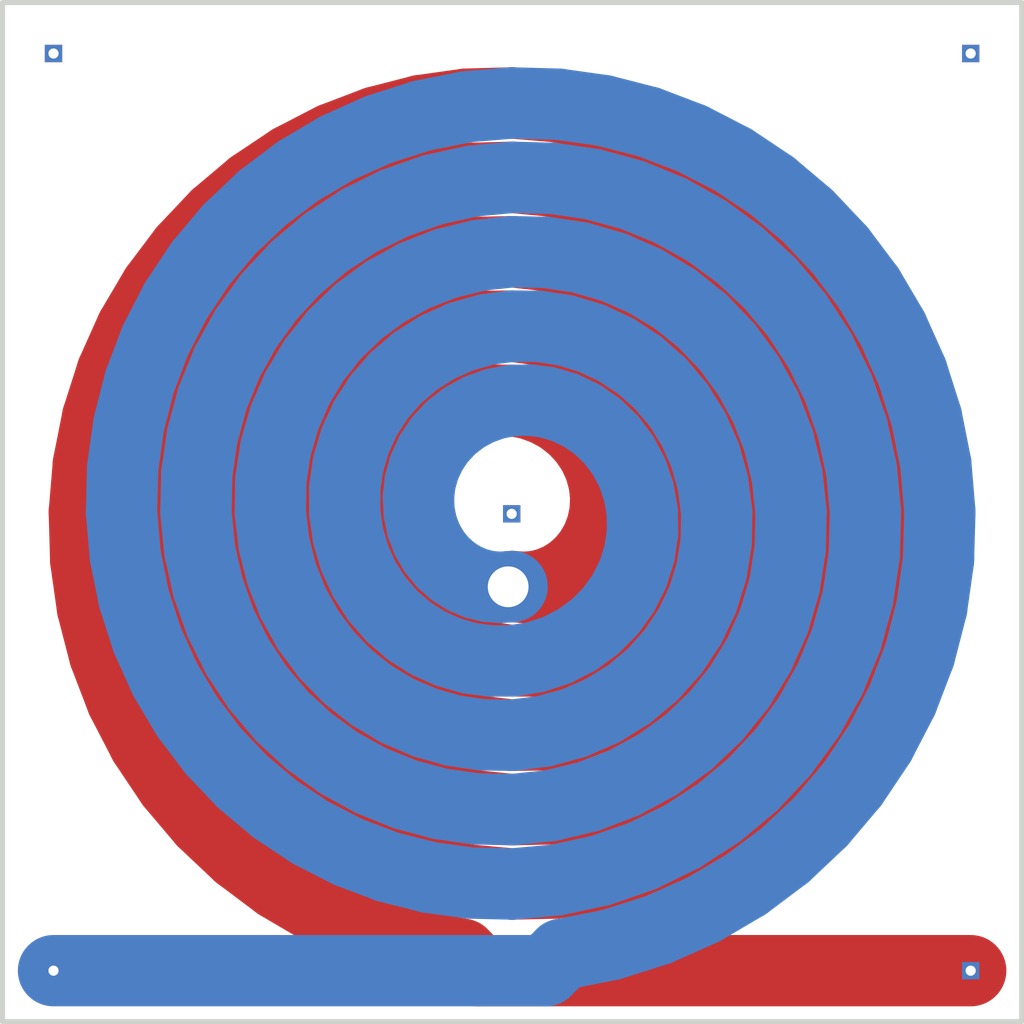
<source format=kicad_pcb>
(kicad_pcb (version 20211014) (generator pcbnew)
  (layers (0 "F.Cu" signal) (31 "B.Cu" signal) (34 "B.Paste" user) (35 "F.Paste" user) (36 "B.SilkS" user "B.Silkscreen") (37 "F.SilkS" user "F.Silkscreen") (38 "B.Mask" user) (39 "F.Mask" user) (44 "Edge.Cuts" user))
  (net 0 "")
  (net 1 "Net-(J1-Pad1)")
  (footprint "" (layer "F.Cu") (at 162 152)
    (fp_text reference "" (at 0 0) (layer "F.SilkS") (effects (font (size 1.27 1.27))))
    (fp_text value "" (at 0 0) (layer "F.SilkS") (effects (font (size 1.27 1.27))))
    (pad "1" thru_hole rect (at -2 -2 270) (size 1.7 1.7) (drill 1) (layers *.Cu *.Mask) (net 1 "Net-(J1-Pad1)"))
  )
  (footprint "" (layer "F.Cu") (at 160.0708 60.1218)
    (fp_text reference "" (at 0 0) (layer "F.SilkS") (effects (font (size 1.27 1.27))))
    (fp_text value "" (at 0 0) (layer "F.SilkS") (effects (font (size 1.27 1.27))))
    (pad "1" thru_hole rect (at -0.0708 -0.1218 270) (size 1.7 1.7) (drill 1) (layers *.Cu *.Mask))
  )
  (footprint "" (layer "F.Cu") (at 115 105)
    (fp_text reference "" (at 0 0) (layer "F.SilkS") (effects (font (size 1.27 1.27))))
    (fp_text value "" (at 0 0) (layer "F.SilkS") (effects (font (size 1.27 1.27))))
    (pad "1" thru_hole rect locked (at -0.0396 0.1742 270) (size 1.7 1.7) (drill 1) (layers *.Cu *.Mask))
  )
  (footprint "" (layer "F.Cu") (at 69.088 150.622)
    (fp_text reference "" (at 0 0) (layer "F.SilkS") (effects (font (size 1.27 1.27))))
    (fp_text value "" (at 0 0) (layer "F.SilkS") (effects (font (size 1.27 1.27))))
    (pad "1" thru_hole rect (at 0.912 -0.622 270) (size 1.7 1.7) (drill 1) (layers *.Cu *.Mask) (net 1 "Net-(J1-Pad1)"))
  )
  (footprint "" (layer "F.Cu") (at 70.0024 60.325)
    (fp_text reference "" (at 0 0) (layer "F.SilkS") (effects (font (size 1.27 1.27))))
    (fp_text value "" (at 0 0) (layer "F.SilkS") (effects (font (size 1.27 1.27))))
    (pad "1" thru_hole rect (at -0.0024 -0.325 270) (size 1.7 1.7) (drill 1) (layers *.Cu *.Mask))
  )
  (gr_line (start 165 155) (end 65 155) (layer "Edge.Cuts") (width 0.5))
  (gr_line (start 165 55) (end 165 155) (layer "Edge.Cuts") (width 0.5))
  (gr_line (start 65 155) (end 65 55) (layer "Edge.Cuts") (width 0.5))
  (gr_line (start 65 55) (end 165 55) (layer "Edge.Cuts") (width 0.5))
  (segment (start 110.617333 141.094513) (end 115 141.5) (width 7) (layer "F.Cu") (net 1))
  (segment (start 116.684408 94.365066) (end 115 94.05) (width 7) (layer "F.Cu") (net 1))
  (segment (start 131.078049 100.279059) (end 130.393454 97.970045) (width 7) (layer "F.Cu") (net 1))
  (segment (start 149.059841 121.402355) (end 150.805203 117.528782) (width 7) (layer "F.Cu") (net 1))
  (segment (start 144.850859 112.357576) (end 145.659432 108.722729) (width 7) (layer "F.Cu") (net 1))
  (segment (start 81.57112 131.658643) (end 84.673958 135.326042) (width 7) (layer "F.Cu") (net 1))
  (segment (start 102.202028 107.027) (end 102.503117 109.060483) (width 7) (layer "F.Cu") (net 1))
  (segment (start 121.791698 109.934457) (end 122.642608 108.894104) (width 7) (layer "F.Cu") (net 1))
  (segment (start 91.354576 131.690166) (end 94.664374 134.46124) (width 7) (layer "F.Cu") (net 1))
  (segment (start 117.573634 87.099979) (end 115 86.75) (width 7) (layer "F.Cu") (net 1))
  (segment (start 139.955403 122.225471) (end 141.974056 119.157076) (width 7) (layer "F.Cu") (net 1))
  (segment (start 128.040115 93.700676) (end 126.407972 91.834499) (width 7) (layer "F.Cu") (net 1))
  (segment (start 103.129566 111.048288) (end 104.074225 112.93804) (width 7) (layer "F.Cu") (net 1))
  (segment (start 115 134.2) (end 118.536593 134.12646) (width 7) (layer "F.Cu") (net 1))
  (segment (start 134.921735 127.48699) (end 137.59207 125.014827) (width 7) (layer "F.Cu") (net 1))
  (segment (start 123.832403 106.398915) (end 124.125 105) (width 7) (layer "F.Cu") (net 1))
  (segment (start 89.675866 82.564775) (end 87.040706 85.701093) (width 7) (layer "F.Cu") (net 1))
  (segment (start 88.178805 138.632715) (end 92.043766 141.534637) (width 7) (layer "F.Cu") (net 1))
  (segment (start 137.622788 111.061758) (end 138.371247 108.076883) (width 7) (layer "F.Cu") (net 1))
  (segment (start 117.101408 119.615613) (end 119.206779 119.326975) (width 7) (layer "F.Cu") (net 1))
  (segment (start 132.194193 69.295891) (end 128.131542 67.47221) (width 7) (layer "F.Cu") (net 1))
  (segment (start 94.997717 125.002283) (end 97.687079 127.562638) (width 7) (layer "F.Cu") (net 1))
  (segment (start 109.780244 94.755652) (end 108.134668 95.550682) (width 7) (layer "F.Cu") (net 1))
  (segment (start 110.601143 118.53829) (end 112.744606 119.239997) (width 7) (layer "F.Cu") (net 1))
  (segment (start 97.191886 96.867307) (end 96.056556 99.437703) (width 7) (layer "F.Cu") (net 1))
  (segment (start 100.66294 145.972964) (end 105.311597 147.447665) (width 7) (layer "F.Cu") (net 1))
  (segment (start 122.374561 88.851965) (end 120.048135 87.80763) (width 7) (layer "F.Cu") (net 1))
  (segment (start 118.536593 134.12646) (end 122.05521 133.624112) (width 7) (layer "F.Cu") (net 1))
  (segment (start 131.986228 129.6088) (end 134.921735 127.48699) (width 7) (layer "F.Cu") (net 1))
  (segment (start 107.211913 87.946467) (end 104.774516 89.088837) (width 7) (layer "F.Cu") (net 1))
  (segment (start 118.942708 72.528875) (end 115 72.15) (width 7) (layer "F.Cu") (net 1))
  (segment (start 102.503117 109.060483) (end 103.129566 111.048288) (width 7) (layer "F.Cu") (net 1))
  (segment (start 139.545457 74.22097) (end 136.014317 71.555906) (width 7) (layer "F.Cu") (net 1))
  (segment (start 123.331255 107.706989) (end 123.832403 106.398915) (width 7) (layer "F.Cu") (net 1))
  (segment (start 107.071288 72.831951) (end 103.201886 73.890931) (width 7) (layer "F.Cu") (net 1))
  (segment (start 152.954483 109.276443) (end 153.325 105) (width 7) (layer "F.Cu") (net 1))
  (segment (start 111.645205 79.517802) (end 108.308449 80.026793) (width 7) (layer "F.Cu") (net 1))
  (segment (start 80.010634 83.014724) (end 77.651623 87.013969) (width 7) (layer "F.Cu") (net 1))
  (segment (start 84.673958 135.326042) (end 88.178805 138.632715) (width 7) (layer "F.Cu") (net 1))
  (segment (start 96.286389 113.54622) (end 97.553549 116.212153) (width 7) (layer "F.Cu") (net 1))
  (segment (start 106.332171 140.166766) (end 110.617333 141.094513) (width 7) (layer "F.Cu") (net 1))
  (segment (start 153.213558 100.694366) (end 152.61829 96.413871) (width 7) (layer "F.Cu") (net 1))
  (segment (start 82.794127 79.316674) (end 80.010634 83.014724) (width 7) (layer "F.Cu") (net 1))
  (segment (start 112.744606 119.239997) (end 115 119.6) (width 7) (layer "F.Cu") (net 1))
  (segment (start 146.025 105) (end 145.938154 101.243428) (width 7) (layer "F.Cu") (net 1))
  (segment (start 141.110746 86.977053) (end 138.853022 83.868066) (width 7) (layer "F.Cu") (net 1))
  (segment (start 82.184526 117.445268) (end 83.799595 121.375236) (width 7) (layer "F.Cu") (net 1))
  (segment (start 98.983233 84.126543) (end 96.288187 86.288187) (width 7) (layer "F.Cu") (net 1))
  (segment (start 141.454632 131.454632) (end 144.352188 128.407589) (width 7) (layer "F.Cu") (net 1))
  (segment (start 105.047839 80.973358) (end 101.920833 82.346219) (width 7) (layer "F.Cu") (net 1))
  (segment (start 106.611946 96.611946) (end 105.25539 97.920127) (width 7) (layer "F.Cu") (net 1))
  (segment (start 80.717181 100.837312) (end 80.325 105) (width 7) (layer "F.Cu") (net 1))
  (segment (start 100.455256 92.396908) (end 98.670122 94.505424) (width 7) (layer "F.Cu") (net 1))
  (segment (start 124.192909 103.543986) (end 124.025526 102.067429) (width 7) (layer "F.Cu") (net 1))
  (segment (start 92.043766 141.534637) (end 96.222132 143.992646) (width 7) (layer "F.Cu") (net 1))
  (segment (start 124.025526 102.067429) (end 123.618261 100.608777) (width 7) (layer "F.Cu") (net 1))
  (segment (start 153.325 105) (end 153.213558 100.694366) (width 7) (layer "F.Cu") (net 1))
  (segment (start 103.201886 73.890931) (end 99.472884 75.415552) (width 7) (layer "F.Cu") (net 1))
  (segment (start 118.315093 79.819366) (end 115 79.45) (width 7) (layer "F.Cu") (net 1))
  (segment (start 141.974056 119.157076) (end 143.615093 115.852273) (width 7) (layer "F.Cu") (net 1))
  (segment (start 104.774516 89.088837) (end 102.505555 90.580642) (width 7) (layer "F.Cu") (net 1))
  (segment (start 152.61829 96.413871) (end 151.543454 92.212892) (width 7) (layer "F.Cu") (net 1))
  (segment (start 120.746861 126.447578) (end 123.555366 125.654482) (width 7) (layer "F.Cu") (net 1))
  (segment (start 123.876201 66.110822) (end 119.480778 65.231992) (width 7) (layer "F.Cu") (net 1))
  (segment (start 73.418467 100.314886) (end 73.025 105) (width 7) (layer "F.Cu") (net 1))
  (segment (start 113.792 148.59) (end 110.305494 148.59) (width 2) (layer "F.Cu") (net 1))
  (segment (start 119.722636 95.731305) (end 118.270945 94.933067) (width 7) (layer "F.Cu") (net 1))
  (segment (start 115 72.15) (end 111.023449 72.250152) (width 7) (layer "F.Cu") (net 1))
  (segment (start 130.090942 85.333101) (end 127.470833 83.399883) (width 7) (layer "F.Cu") (net 1))
  (segment (start 145.575195 80.617095) (end 142.745102 77.254898) (width 7) (layer "F.Cu") (net 1))
  (segment (start 94.925 105) (end 94.965114 107.880582) (width 7) (layer "F.Cu") (net 1))
  (segment (start 115 64.85) (end 110.490031 64.972917) (width 7) (layer "F.Cu") (net 1))
  (segment (start 138.210393 98.780794) (end 137.340562 95.746236) (width 7) (layer "F.Cu") (net 1))
  (segment (start 97.687079 127.562638) (end 100.704167 129.76111) (width 7) (layer "F.Cu") (net 1))
  (segment (start 121.271823 118.733376) (end 123.252145 117.840588) (width 7) (layer "F.Cu") (net 1))
  (segment (start 94.664374 134.46124) (end 98.298564 136.821927) (width 7) (layer "F.Cu") (net 1))
  (segment (start 145.39608 97.508039) (end 144.402665 93.84904) (width 7) (layer "F.Cu") (net 1))
  (segment (start 115 112.3) (end 116.170521 112.390378) (width 7) (layer "F.Cu") (net 1))
  (segment (start 131.093597 107.31391) (end 131.425 105) (width 7) (layer "F.Cu") (net 1))
  (segment (start 134.425587 90.094223) (end 132.421343 87.578657) (width 7) (layer "F.Cu") (net 1))
  (segment (start 96.288187 86.288187) (end 93.885231 88.798068) (width 7) (layer "F.Cu") (net 1))
  (segment (start 102.225 105) (end 102.202028 107.027) (width 7) (layer "F.Cu") (net 1))
  (segment (start 91.819387 91.616667) (end 90.130318 94.69864) (width 7) (layer "F.Cu") (net 1))
  (segment (start 85.885363 125.096383) (end 88.414913 128.552331) (width 7) (layer "F.Cu") (net 1))
  (segment (start 138.371247 108.076883) (end 138.725 105) (width 7) (layer "F.Cu") (net 1))
  (segment (start 117.368615 112.289848) (end 118.56269 111.992174) (width 7) (layer "F.Cu") (net 1))
  (segment (start 105.321476 114.678524) (end 106.847419 116.221066) (width 7) (layer "F.Cu") (net 1))
  (segment (start 129.487957 111.616428) (end 130.441295 109.533973) (width 7) (layer "F.Cu") (net 1))
  (segment (start 117.878374 126.863425) (end 120.746861 126.447578) (width 7) (layer "F.Cu") (net 1))
  (segment (start 87.708415 108.593005) (end 88.263978 112.163895) (width 7) (layer "F.Cu") (net 1))
  (segment (start 138.245036 134.148353) (end 141.454632 131.454632) (width 7) (layer "F.Cu") (net 1))
  (segment (start 108.923541 125.694519) (end 111.906916 126.512869) (width 7) (layer "F.Cu") (net 1))
  (segment (start 124.125 105) (end 124.192909 103.543986) (width 7) (layer "F.Cu") (net 1))
  (segment (start 76.712041 123.438509) (end 78.906869 127.678817) (width 7) (layer "F.Cu") (net 1))
  (segment (start 131.062996 138.355155) (end 134.765942 136.457316) (width 7) (layer "F.Cu") (net 1))
  (segment (start 81.605203 96.768922) (end 80.717181 100.837312) (width 7) (layer "F.Cu") (net 1))
  (segment (start 149.999423 88.145166) (end 148.002588 84.2631) (width 7) (layer "F.Cu") (net 1))
  (segment (start 81.059982 113.365463) (end 82.184526 117.445268) (width 7) (layer "F.Cu") (net 1))
  (segment (start 124.602962 81.816398) (end 121.534102 80.614398) (width 7) (layer "F.Cu") (net 1))
  (segment (start 133.262189 78.542651) (end 130.005196 76.409987) (width 7) (layer "F.Cu") (net 1))
  (segment (start 111.503473 94.238796) (end 109.780244 94.755652) (width 7) (layer "F.Cu") (net 1))
  (segment (start 102.505555 90.580642) (end 100.455256 92.396908) (width 7) (layer "F.Cu") (net 1))
  (segment (start 113.258493 94.00456) (end 111.503473 94.238796) (width 7) (layer "F.Cu") (net 1))
  (segment (start 131.422038 102.638867) (end 131.078049 100.279059) (width 7) (layer "F.Cu") (net 1))
  (segment (start 89.287278 115.650558) (end 90.765722 118.991667) (width 7) (layer "F.Cu") (net 1))
  (segment (start 115 94.05) (end 113.258493 94.00456) (width 7) (layer "F.Cu") (net 1))
  (segment (start 128.794788 122.977717) (end 131.130873 121.130873) (width 7) (layer "F.Cu") (net 1))
  (segment (start 123.618261 100.608777) (end 122.972862 99.207376) (width 7) (layer "F.Cu") (net 1))
  (segment (start 152.109935 113.4701) (end 152.954483 109.276443) (width 7) (layer "F.Cu") (net 1))
  (segment (start 136.225026 81.041898) (end 133.262189 78.542651) (width 7) (layer "F.Cu") (net 1))
  (segment (start 88.263978 112.163895) (end 89.287278 115.650558) (width 7) (layer "F.Cu") (net 1))
  (segment (start 99.201399 118.689566) (end 101.201787 120.923987) (width 7) (layer "F.Cu") (net 1))
  (segment (start 111.715494 150) (end 110.110551 148.395057) (width 7) (layer "F.Cu") (net 1))
  (segment (start 111.208486 133.799408) (end 115 134.2) (width 7) (layer "F.Cu") (net 1))
  (segment (start 105.25539 97.920127) (end 104.105218 99.448831) (width 7) (layer "F.Cu") (net 1))
  (segment (start 92.678673 122.127756) (end 94.997717 125.002283) (width 7) (layer "F.Cu") (net 1))
  (segment (start 136.497522 113.904565) (end 137.622788 111.061758) (width 7) (layer "F.Cu") (net 1))
  (segment (start 135.019621 116.558333) (end 136.497522 113.904565) (width 7) (layer "F.Cu") (net 1))
  (segment (start 121.534102 80.614398) (end 118.315093 79.819366) (width 7) (layer "F.Cu") (net 1))
  (segment (start 120.807114 110.807114) (end 121.791698 109.934457) (width 7) (layer "F.Cu") (net 1))
  (segment (start 151.543454 92.212892) (end 149.999423 88.145166) (width 7) (layer "F.Cu") (net 1))
  (segment (start 137.340562 95.746236) (end 136.073285 92.833333) (width 7) (layer "F.Cu") (net 1))
  (segment (start 97.553549 116.212153) (end 99.201399 118.689566) (width 7) (layer "F.Cu") (net 1))
  (segment (start 119.719916 111.496406) (end 120.807114 110.807114) (width 7) (layer "F.Cu") (net 1))
  (segment (start 122.794327 73.377172) (end 118.942708 72.528875) (width 7) (layer "F.Cu") (net 1))
  (segment (start 83.799595 121.375236) (end 85.885363 125.096383) (width 7) (layer "F.Cu") (net 1))
  (segment (start 136.014317 71.555906) (end 132.194193 69.295891) (width 7) (layer "F.Cu") (net 1))
  (segment (start 130.005196 76.409987) (end 126.499427 74.678502) (width 7) (layer "F.Cu") (net 1))
  (segment (start 119.480778 65.231992) (end 115 64.85) (width 7) (layer "F.Cu") (net 1))
  (segment (start 88.414913 128.552331) (end 91.354576 131.690166) (width 7) (layer "F.Cu") (net 1))
  (segment (start 87.040706 85.701093) (end 84.79403 89.146684) (width 7) (layer "F.Cu") (net 1))
  (segment (start 107.521208 132.911232) (end 111.208486 133.799408) (width 7) (layer "F.Cu") (net 1))
  (segment (start 124.507906 90.205409) (end 122.374561 88.851965) (width 7) (layer "F.Cu") (net 1))
  (segment (start 115 86.75) (end 112.379143 86.771538) (width 7) (layer "F.Cu") (net 1))
  (segment (start 102.562535 103.030099) (end 102.225 105) (width 7) (layer "F.Cu") (net 1))
  (segment (start 80.438459 109.196531) (end 81.059982 113.365463) (width 7) (layer "F.Cu") (net 1))
  (segment (start 115 119.6) (end 117.101408 119.615613) (width 7) (layer "F.Cu") (net 1))
  (segment (start 101.920833 82.346219) (end 98.983233 84.126543) (width 7) (layer "F.Cu") (net 1))
  (segment (start 74.331579 95.717698) (end 73.418467 100.314886) (width 7) (layer "F.Cu") (net 1))
  (segment (start 148.002588 84.2631) (end 145.575195 80.617095) (width 7) (layer "F.Cu") (net 1))
  (segment (start 78.906869 127.678817) (end 81.57112 131.658643) (width 7) (layer "F.Cu") (net 1))
  (segment (start 119.206779 119.326975) (end 121.271823 118.733376) (width 7) (layer "F.Cu") (net 1))
  (segment (start 144.352188 128.407589) (end 146.898822 125.043358) (width 7) (layer "F.Cu") (net 1))
  (segment (start 128.131542 67.47221) (end 123.876201 66.110822) (width 7) (layer "F.Cu") (net 1))
  (segment (start 126.499427 74.678502) (end 122.794327 73.377172) (width 7) (layer "F.Cu") (net 1))
  (segment (start 92.657867 79.780946) (end 89.675866 82.564775) (width 7) (layer "F.Cu") (net 1))
  (segment (start 128.830877 131.352534) (end 131.986228 129.6088) (width 7) (layer "F.Cu") (net 1))
  (segment (start 145.938154 101.243428) (end 145.39608 97.508039) (width 7) (layer "F.Cu") (net 1))
  (segment (start 95.419801 110.749265) (end 96.286389 113.54622) (width 7) (layer "F.Cu") (net 1))
  (segment (start 116.170521 112.390378) (end 117.368615 112.289848) (width 7) (layer "F.Cu") (net 1))
  (segment (start 95.940335 77.387309) (end 92.657867 79.780946) (width 7) (layer "F.Cu") (net 1))
  (segment (start 101.201787 120.923987) (end 103.518755 122.865166) (width 7) (layer "F.Cu") (net 1))
  (segment (start 103.197389 101.165099) (end 102.562535 103.030099) (width 7) (layer "F.Cu") (net 1))
  (segment (start 119.101299 141.400033) (end 123.180028 140.839046) (width 7) (layer "F.Cu") (net 1))
  (segment (start 142.968491 90.321004) (end 141.110746 86.977053) (width 7) (layer "F.Cu") (net 1))
  (segment (start 126.786258 115.212851) (end 128.259303 113.521237) (width 7) (layer "F.Cu") (net 1))
  (segment (start 94.965114 107.880582) (end 95.419801 110.749265) (width 7) (layer "F.Cu") (net 1))
  (segment (start 121.007165 96.731846) (end 119.722636 95.731305) (width 7) (layer "F.Cu") (net 1))
  (segment (start 127.184348 139.820867) (end 131.062996 138.355155) (width 7) (layer "F.Cu") (net 1))
  (segment (start 128.259303 113.521237) (end 129.487957 111.616428) (width 7) (layer "F.Cu") (net 1))
  (segment (start 98.670122 94.505424) (end 97.191886 96.867307) (width 7) (layer "F.Cu") (net 1))
  (segment (start 73.823223 114.398331) (end 75.011371 118.992626) (width 7) (layer "F.Cu") (net 1))
  (segment (start 145.659432 108.722729) (end 146.025 105) (width 7) (layer "F.Cu") (net 1))
  (segment (start 96.222132 143.992646) (end 100.66294 145.972964) (width 7) (layer "F.Cu") (net 1))
  (segment (start 90.130318 94.69864) (end 88.851583 97.993553) (width 7) (layer "F.Cu") (net 1))
  (segment (start 142.745102 77.254898) (end 139.545457 74.22097) (width 7) (layer "F.Cu") (net 1))
  (segment (start 88.851583 97.993553) (end 88.009979 101.446696) (width 7) (layer "F.Cu") (net 1))
  (segment (start 96.056556 99.437703) (end 95.293555 102.166641) (width 7) (layer "F.Cu") (net 1))
  (segment (start 95.293555 102.166641) (end 94.925 105) (width 7) (layer "F.Cu") (net 1))
  (segment (start 131.425 105) (end 131.422038 102.638867) (width 7) (layer "F.Cu") (net 1))
  (segment (start 144.402665 93.84904) (end 142.968491 90.321004) (width 7) (layer "F.Cu") (net 1))
  (segment (start 93.885231 88.798068) (end 91.819387 91.616667) (width 7) (layer "F.Cu") (net 1))
  (segment (start 93.292141 70.452141) (end 89.479226 72.997962) (width 7) (layer "F.Cu") (net 1))
  (segment (start 115 126.9) (end 117.878374 126.863425) (width 7) (layer "F.Cu") (net 1))
  (segment (start 122.642608 108.894104) (end 123.331255 107.706989) (width 7) (layer "F.Cu") (net 1))
  (segment (start 90.765722 118.991667) (end 92.678673 122.127756) (width 7) (layer "F.Cu") (net 1))
  (segment (start 126.407972 91.834499) (end 124.507906 90.205409) (width 7) (layer "F.Cu") (net 1))
  (segment (start 104.105218 99.448831) (end 103.197389 101.165099) (width 7) (layer "F.Cu") (net 1))
  (segment (start 80.325 105) (end 80.438459 109.196531) (width 7) (layer "F.Cu") (net 1))
  (segment (start 112.379143 86.771538) (end 109.764897 87.170876) (width 7) (layer "F.Cu") (net 1))
  (segment (start 108.620299 117.520869) (end 110.601143 118.53829) (width 7) (layer "F.Cu") (net 1))
  (segment (start 134.765942 136.457316) (end 138.245036 134.148353) (width 7) (layer "F.Cu") (net 1))
  (segment (start 110.305494 148.59) (end 110.110551 148.395057) (width 2) (layer "F.Cu") (net 1))
  (segment (start 106.00777 65.602467) (end 101.610133 66.733958) (width 7) (layer "F.Cu") (net 1))
  (segment (start 123.555366 125.654482) (end 126.254167 124.492788) (width 7) (layer "F.Cu") (net 1))
  (segment (start 146.898822 125.043358) (end 149.059841 121.402355) (width 7) (layer "F.Cu") (net 1))
  (segment (start 99.472884 75.415552) (end 95.940335 77.387309) (width 7) (layer "F.Cu") (net 1))
  (segment (start 82.972097 92.853419) (end 81.605203 96.768922) (width 7) (layer "F.Cu") (net 1))
  (segment (start 123.180028 140.839046) (end 127.184348 139.820867) (width 7) (layer "F.Cu") (net 1))
  (segment (start 138.672812 101.883415) (end 138.210393 98.780794) (width 7) (layer "F.Cu") (net 1))
  (segment (start 111.023449 72.250152) (end 107.071288 72.831951) (width 7) (layer "F.Cu") (net 1))
  (segment (start 150.805203 117.528782) (end 152.109935 113.4701) (width 7) (layer "F.Cu") (net 1))
  (segment (start 88.009979 101.446696) (end 87.625 105) (width 7) (layer "F.Cu") (net 1))
  (segment (start 118.56269 111.992174) (end 119.719916 111.496406) (width 7) (layer "F.Cu") (net 1))
  (segment (start 103.518755 122.865166) (end 106.109175 124.468192) (width 7) (layer "F.Cu") (net 1))
  (segment (start 118.270945 94.933067) (end 116.684408 94.365066) (width 7) (layer "F.Cu") (net 1))
  (segment (start 75.749623 91.265699) (end 74.331579 95.717698) (width 7) (layer "F.Cu") (net 1))
  (segment (start 125.503806 132.69626) (end 128.830877 131.352534) (width 7) (layer "F.Cu") (net 1))
  (segment (start 89.479226 72.997962) (end 85.964428 75.964428) (width 7) (layer "F.Cu") (net 1))
  (segment (start 130.441295 109.533973) (end 131.093597 107.31391) (width 7) (layer "F.Cu") (net 1))
  (segment (start 108.134668 95.550682) (end 106.611946 96.611946) (width 7) (layer "F.Cu") (net 1))
  (segment (start 85.964428 75.964428) (end 82.794127 79.316674) (width 7) (layer "F.Cu") (net 1))
  (segment (start 73.159393 109.714304) (end 73.823223 114.398331) (width 7) (layer "F.Cu") (net 1))
  (segment (start 98.298564 136.821927) (end 102.206265 138.734307) (width 7) (layer "F.Cu") (net 1))
  (segment (start 115 79.45) (end 111.645205 79.517802) (width 7) (layer "F.Cu") (net 1))
  (segment (start 122.05521 133.624112) (end 125.503806 132.69626) (width 7) (layer "F.Cu") (net 1))
  (segment (start 125.104203 116.660872) (end 126.786258 115.212851) (width 7) (layer "F.Cu") (net 1))
  (segment (start 130.393454 97.970045) (end 129.375876 95.761186) (width 7) (layer "F.Cu") (net 1))
  (segment (start 160 150) (end 111.715494 150) (width 7) (layer "F.Cu") (net 1))
  (segment (start 129.375876 95.761186) (end 128.040115 93.700676) (width 7) (layer "F.Cu") (net 1))
  (segment (start 75.011371 118.992626) (end 76.712041 123.438509) (width 7) (layer "F.Cu") (net 1))
  (segment (start 84.79403 89.146684) (end 82.972097 92.853419) (width 7) (layer "F.Cu") (net 1))
  (segment (start 77.651623 87.013969) (end 75.749623 91.265699) (width 7) (layer "F.Cu") (net 1))
  (segment (start 143.615093 115.852273) (end 144.850859 112.357576) (width 7) (layer "F.Cu") (net 1))
  (segment (start 97.353328 68.356309) (end 93.292141 70.452141) (width 7) (layer "F.Cu") (net 1))
  (segment (start 108.308449 80.026793) (end 105.047839 80.973358) (width 7) (layer "F.Cu") (net 1))
  (segment (start 111.906916 126.512869) (end 115 126.9) (width 7) (layer "F.Cu") (net 1))
  (segment (start 122.972862 99.207376) (end 122.097584 97.902416) (width 7) (layer "F.Cu") (net 1))
  (segment (start 120.048135 87.80763) (end 117.573634 87.099979) (width 7) (layer "F.Cu") (net 1))
  (segment (start 104.074225 112.93804) (end 105.321476 114.678524) (width 7) (layer "F.Cu") (net 1))
  (segment (start 110.490031 64.972917) (end 106.00777 65.602467) (width 7) (layer "F.Cu") (net 1))
  (segment (start 133.219029 118.979953) (end 135.019621 116.558333) (width 7) (layer "F.Cu") (net 1))
  (segment (start 122.097584 97.902416) (end 121.007165 96.731846) (width 7) (layer "F.Cu") (net 1))
  (segment (start 73.025 105) (end 73.159393 109.714304) (width 7) (layer "F.Cu") (net 1))
  (segment (start 136.073285 92.833333) (end 134.425587 90.094223) (width 7) (layer "F.Cu") (net 1))
  (segment (start 131.130873 121.130873) (end 133.219029 118.979953) (width 7) (layer "F.Cu") (net 1))
  (segment (start 138.853022 83.868066) (end 136.225026 81.041898) (width 7) (layer "F.Cu") (net 1))
  (segment (start 123.252145 117.840588) (end 125.104203 116.660872) (width 7) (layer "F.Cu") (net 1))
  (segment (start 101.610133 66.733958) (end 97.353328 68.356309) (width 7) (layer "F.Cu") (net 1))
  (segment (start 106.109175 124.468192) (end 108.923541 125.694519) (width 7) (layer "F.Cu") (net 1))
  (segment (start 127.470833 83.399883) (end 124.602962 81.816398) (width 7) (layer "F.Cu") (net 1))
  (segment (start 115 141.5) (end 119.101299 141.400033) (width 7) (layer "F.Cu") (net 1))
  (segment (start 132.421343 87.578657) (end 130.090942 85.333101) (width 7) (layer "F.Cu") (net 1))
  (segment (start 87.625 105) (end 87.708415 108.593005) (width 7) (layer "F.Cu") (net 1))
  (segment (start 126.254167 124.492788) (end 128.794788 122.977717) (width 7) (layer "F.Cu") (net 1))
  (segment (start 102.206265 138.734307) (end 106.332171 140.166766) (width 7) (layer "F.Cu") (net 1))
  (segment (start 109.764897 87.170876) (end 107.211913 87.946467) (width 7) (layer "F.Cu") (net 1))
  (segment (start 138.725 105) (end 138.672812 101.883415) (width 7) (layer "F.Cu") (net 1))
  (segment (start 100.704167 129.76111) (end 104.000243 131.555762) (width 7) (layer "F.Cu") (net 1))
  (segment (start 106.847419 116.221066) (end 108.620299 117.520869) (width 7) (layer "F.Cu") (net 1))
  (segment (start 104.000243 131.555762) (end 107.521208 132.911232) (width 7) (layer "F.Cu") (net 1))
  (segment (start 137.59207 125.014827) (end 139.955403 122.225471) (width 7) (layer "F.Cu") (net 1))
  (segment (start 105.311597 147.447665) (end 110.110551 148.395057) (width 7) (layer "F.Cu") (net 1))
  (via (at 114.615675 112.329675) (size 5) (drill 4) (layers "F.Cu" "B.Cu") (net 1))
  (segment (start 114.615675 112.329675) (end 113.829479 112.390378) (width 7) (layer "B.Cu") (net 1))
  (segment (start 80.940159 121.402355) (end 79.194797 117.528782) (width 7) (layer "B.Cu") (net 1))
  (segment (start 118.496527 94.238796) (end 120.219756 94.755652) (width 7) (layer "B.Cu") (net 1))
  (segment (start 87.031509 90.321004) (end 88.889254 86.977053) (width 7) (layer "B.Cu") (net 1))
  (segment (start 131.329878 94.505424) (end 132.808114 96.867307) (width 7) (layer "B.Cu") (net 1))
  (segment (start 84.60392 97.508039) (end 85.597335 93.84904) (width 7) (layer "B.Cu") (net 1))
  (segment (start 93.985683 71.555906) (end 97.805807 69.295891) (width 7) (layer "B.Cu") (net 1))
  (segment (start 127.793735 138.734307) (end 123.667829 140.166766) (width 7) (layer "B.Cu") (net 1))
  (segment (start 106.381739 100.608777) (end 107.027138 99.207376) (width 7) (layer "B.Cu") (net 1))
  (segment (start 130.798601 118.689566) (end 128.798213 120.923987) (width 7) (layer "B.Cu") (net 1))
  (segment (start 115 126.9) (end 112.121626 126.863425) (width 7) (layer "B.Cu") (net 1))
  (segment (start 116.332 148.59) (end 119.694506 148.59) (width 2) (layer "B.Cu") (net 1))
  (segment (start 126.802611 101.165099) (end 127.437465 103.030099) (width 7) (layer "B.Cu") (net 1))
  (segment (start 154.988629 118.992626) (end 153.287959 123.438509) (width 7) (layer "B.Cu") (net 1))
  (segment (start 115 134.2) (end 111.463407 134.12646) (width 7) (layer "B.Cu") (net 1))
  (segment (start 135.075 105) (end 135.034886 107.880582) (width 7) (layer "B.Cu") (net 1))
  (segment (start 122.478792 132.911232) (end 118.791514 133.799408) (width 7) (layer "B.Cu") (net 1))
  (segment (start 136.707859 70.452141) (end 140.520774 72.997962) (width 7) (layer "B.Cu") (net 1))
  (segment (start 119.694506 148.59) (end 119.889449 148.395057) (width 2) (layer "B.Cu") (net 1))
  (segment (start 93.926715 92.833333) (end 95.574413 90.094223) (width 7) (layer "B.Cu") (net 1))
  (segment (start 155.668421 95.717698) (end 156.581533 100.314886) (width 7) (layer "B.Cu") (net 1))
  (segment (start 98.577962 102.638867) (end 98.921951 100.279059) (width 7) (layer "B.Cu") (net 1))
  (segment (start 135.034886 107.880582) (end 134.580199 110.749265) (width 7) (layer "B.Cu") (net 1))
  (segment (start 118.354795 79.517802) (end 121.691551 80.026793) (width 7) (layer "B.Cu") (net 1))
  (segment (start 124.678524 114.678524) (end 123.152581 116.221066) (width 7) (layer "B.Cu") (net 1))
  (segment (start 113.315592 94.365066) (end 115 94.05) (width 7) (layer "B.Cu") (net 1))
  (segment (start 84.340568 108.722729) (end 83.975 105) (width 7) (layer "B.Cu") (net 1))
  (segment (start 108.728177 118.733376) (end 106.747855 117.840588) (width 7) (layer "B.Cu") (net 1))
  (segment (start 132.646672 68.356309) (end 136.707859 70.452141) (width 7) (layer "B.Cu") (net 1))
  (segment (start 154.250377 91.265699) (end 155.668421 95.717698) (width 7) (layer "B.Cu") (net 1))
  (segment (start 98.921951 100.279059) (end 99.606546 97.970045) (width 7) (layer "B.Cu") (net 1))
  (segment (start 101.205212 122.977717) (end 98.869127 121.130873) (width 7) (layer "B.Cu") (net 1))
  (segment (start 145.326042 135.326042) (end 141.821195 138.632715) (width 7) (layer "B.Cu") (net 1))
  (segment (start 141.148417 97.993553) (end 141.990021 101.446696) (width 7) (layer "B.Cu") (net 1))
  (segment (start 149.675 105) (end 149.561541 109.196531) (width 7) (layer "B.Cu") (net 1))
  (segment (start 99.606546 97.970045) (end 100.624124 95.761186) (width 7) (layer "B.Cu") (net 1))
  (segment (start 126.798114 73.890931) (end 130.527116 75.415552) (width 7) (layer "B.Cu") (net 1))
  (segment (start 145.20597 89.146684) (end 147.027903 92.853419) (width 7) (layer "B.Cu") (net 1))
  (segment (start 132.808114 96.867307) (end 133.943444 99.437703) (width 7) (layer "B.Cu") (net 1))
  (segment (start 84.424805 80.617095) (end 87.254898 77.254898) (width 7) (layer "B.Cu") (net 1))
  (segment (start 99.994804 76.409987) (end 103.500573 74.678502) (width 7) (layer "B.Cu") (net 1))
  (segment (start 112.426366 87.099979) (end 115 86.75) (width 7) (layer "B.Cu") (net 1))
  (segment (start 141.736022 112.163895) (end 140.712722 115.650558) (width 7) (layer "B.Cu") (net 1))
  (segment (start 123.667829 140.166766) (end 119.382667 141.094513) (width 7) (layer "B.Cu") (net 1))
  (segment (start 111.463407 134.12646) (end 107.94479 133.624112) (width 7) (layer "B.Cu") (net 1))
  (segment (start 135.002283 125.002283) (end 132.312921 127.562638) (width 7) (layer "B.Cu") (net 1))
  (segment (start 134.580199 110.749265) (end 133.713611 113.54622) (width 7) (layer "B.Cu") (net 1))
  (segment (start 142.959294 85.701093) (end 145.20597 89.146684) (width 7) (layer "B.Cu") (net 1))
  (segment (start 104.895797 116.660872) (end 103.213742 115.212851) (width 7) (layer "B.Cu") (net 1))
  (segment (start 77.890065 113.4701) (end 77.045517 109.276443) (width 7) (layer "B.Cu") (net 1))
  (segment (start 85.149141 112.357576) (end 84.340568 108.722729) (width 7) (layer "B.Cu") (net 1))
  (segment (start 88.025944 119.157076) (end 86.384907 115.852273) (width 7) (layer "B.Cu") (net 1))
  (segment (start 156.581533 100.314886) (end 156.975 105) (width 7) (layer "B.Cu") (net 1))
  (segment (start 109.253139 126.447578) (end 106.444634 125.654482) (width 7) (layer "B.Cu") (net 1))
  (segment (start 105.397038 81.816398) (end 108.465898 80.614398) (width 7) (layer "B.Cu") (net 1))
  (segment (start 122.788087 87.946467) (end 125.225484 89.088837) (width 7) (layer "B.Cu") (net 1))
  (segment (start 85.647812 128.407589) (end 83.101178 125.043358) (width 7) (layer "B.Cu") (net 1))
  (segment (start 125.999757 131.555762) (end 122.478792 132.911232) (width 7) (layer "B.Cu") (net 1))
  (segment (start 94.980379 116.558333) (end 93.502478 113.904565) (width 7) (layer "B.Cu") (net 1))
  (segment (start 137.321327 122.127756) (end 135.002283 125.002283) (width 7) (layer "B.Cu") (net 1))
  (segment (start 137.342133 79.780946) (end 140.324134 82.564775) (width 7) (layer "B.Cu") (net 1))
  (segment (start 96.780971 118.979953) (end 94.980379 116.558333) (width 7) (layer "B.Cu") (net 1))
  (segment (start 83.975 105) (end 84.061846 101.243428) (width 7) (layer "B.Cu") (net 1))
  (segment (start 132.446451 116.212153) (end 130.798601 118.689566) (width 7) (layer "B.Cu") (net 1))
  (segment (start 107.027138 99.207376) (end 107.902416 97.902416) (width 7) (layer "B.Cu") (net 1))
  (segment (start 151.093131 127.678817) (end 148.42888 131.658643) (width 7) (layer "B.Cu") (net 1))
  (segment (start 131.701436 136.821927) (end 127.793735 138.734307) (width 7) (layer "B.Cu") (net 1))
  (segment (start 116.741507 94.00456) (end 118.496527 94.238796) (width 7) (layer "B.Cu") (net 1))
  (segment (start 119.382667 141.094513) (end 115 141.5) (width 7) (layer "B.Cu") (net 1))
  (segment (start 105.974474 102.067429) (end 106.381739 100.608777) (width 7) (layer "B.Cu") (net 1))
  (segment (start 147.027903 92.853419) (end 148.394797 96.768922) (width 7) (layer "B.Cu") (net 1))
  (segment (start 106.747855 117.840588) (end 104.895797 116.660872) (width 7) (layer "B.Cu") (net 1))
  (segment (start 149.561541 109.196531) (end 148.940018 113.365463) (width 7) (layer "B.Cu") (net 1))
  (segment (start 91.146978 83.868066) (end 93.774974 81.041898) (width 7) (layer "B.Cu") (net 1))
  (segment (start 107.625439 88.851965) (end 109.951865 87.80763) (width 7) (layer "B.Cu") (net 1))
  (segment (start 148.394797 96.768922) (end 149.282819 100.837312) (width 7) (layer "B.Cu") (net 1))
  (segment (start 146.200405 121.375236) (end 144.114637 125.096383) (width 7) (layer "B.Cu") (net 1))
  (segment (start 141.585087 128.552331) (end 138.645424 131.690166) (width 7) (layer "B.Cu") (net 1))
  (segment (start 102.529167 83.399883) (end 105.397038 81.816398) (width 7) (layer "B.Cu") (net 1))
  (segment (start 100.512043 111.616428) (end 99.558705 109.533973) (width 7) (layer "B.Cu") (net 1))
  (segment (start 109.951865 87.80763) (end 112.426366 87.099979) (width 7) (layer "B.Cu") (net 1))
  (segment (start 132.312921 127.562638) (end 129.295833 129.76111) (width 7) (layer "B.Cu") (net 1))
  (segment (start 111.057292 72.528875) (end 115 72.15) (width 7) (layer "B.Cu") (net 1))
  (segment (start 128.389867 66.733958) (end 132.646672 68.356309) (width 7) (layer "B.Cu") (net 1))
  (segment (start 77.38171 96.413871) (end 78.456546 92.212892) (width 7) (layer "B.Cu") (net 1))
  (segment (start 108.992835 96.731846) (end 110.277364 95.731305) (width 7) (layer "B.Cu") (net 1))
  (segment (start 118.284506 150) (end 119.889449 148.395057) (width 7) (layer "B.Cu") (net 1))
  (segment (start 123.890825 124.468192) (end 121.076459 125.694519) (width 7) (layer "B.Cu") (net 1))
  (segment (start 98.869127 121.130873) (end 96.780971 118.979953) (width 7) (layer "B.Cu") (net 1))
  (segment (start 91.275 105) (end 91.327188 101.883415) (width 7) (layer "B.Cu") (net 1))
  (segment (start 134.059665 77.387309) (end 137.342133 79.780946) (width 7) (layer "B.Cu") (net 1))
  (segment (start 127.496883 109.060483) (end 126.870434 111.048288) (width 7) (layer "B.Cu") (net 1))
  (segment (start 125.225484 89.088837) (end 127.494445 90.580642) (width 7) (layer "B.Cu") (net 1))
  (segment (start 126.481245 122.865166) (end 123.890825 124.468192) (width 7) (layer "B.Cu") (net 1))
  (segment (start 97.578657 87.578657) (end 99.909058 85.333101) (width 7) (layer "B.Cu") (net 1))
  (segment (start 111.43731 111.992174) (end 110.280084 111.496406) (width 7) (layer "B.Cu") (net 1))
  (segment (start 135.335626 134.46124) (end 131.701436 136.821927) (width 7) (layer "B.Cu") (net 1))
  (segment (start 153.287959 123.438509) (end 151.093131 127.678817) (width 7) (layer "B.Cu") (net 1))
  (segment (start 81.997412 84.2631) (end 84.424805 80.617095) (width 7) (layer "B.Cu") (net 1))
  (segment (start 103.213742 115.212851) (end 101.740697 113.521237) (width 7) (layer "B.Cu") (net 1))
  (segment (start 115 86.75) (end 117.620857 86.771538) (width 7) (layer "B.Cu") (net 1))
  (segment (start 110.519222 65.231992) (end 115 64.85) (width 7) (layer "B.Cu") (net 1))
  (segment (start 107.357392 108.894104) (end 106.668745 107.706989) (width 7) (layer "B.Cu") (net 1))
  (segment (start 130.527116 75.415552) (end 134.059665 77.387309) (width 7) (layer "B.Cu") (net 1))
  (segment (start 98.906403 107.31391) (end 98.575 105) (width 7) (layer "B.Cu") (net 1))
  (segment (start 139.234278 118.991667) (end 137.321327 122.127756) (width 7) (layer "B.Cu") (net 1))
  (segment (start 141.821195 138.632715) (end 137.956234 141.534637) (width 7) (layer "B.Cu") (net 1))
  (segment (start 106.167597 106.398915) (end 105.875 105) (width 7) (layer "B.Cu") (net 1))
  (segment (start 76.675 105) (end 76.786442 100.694366) (width 7) (layer "B.Cu") (net 1))
  (segment (start 107.205673 73.377172) (end 111.057292 72.528875) (width 7) (layer "B.Cu") (net 1))
  (segment (start 124.74461 97.920127) (end 125.894782 99.448831) (width 7) (layer "B.Cu") (net 1))
  (segment (start 105.807091 103.543986) (end 105.974474 102.067429) (width 7) (layer "B.Cu") (net 1))
  (segment (start 125.925775 112.93804) (end 124.678524 114.678524) (width 7) (layer "B.Cu") (net 1))
  (segment (start 119.398857 118.53829) (end 117.255394 119.239997) (width 7) (layer "B.Cu") (net 1))
  (segment (start 133.777868 143.992646) (end 129.33706 145.972964) (width 7) (layer "B.Cu") (net 1))
  (segment (start 139.869682 94.69864) (end 141.148417 97.993553) (width 7) (layer "B.Cu") (net 1))
  (segment (start 76.786442 100.694366) (end 77.38171 96.413871) (width 7) (layer "B.Cu") (net 1))
  (segment (start 88.889254 86.977053) (end 91.146978 83.868066) (width 7) (layer "B.Cu") (net 1))
  (segment (start 149.989366 83.014724) (end 152.348377 87.013969) (width 7) (layer "B.Cu") (net 1))
  (segment (start 103.592028 91.834499) (end 105.492094 90.205409) (width 7) (layer "B.Cu") (net 1))
  (segment (start 121.865332 95.550682) (end 123.388054 96.611946) (width 7) (layer "B.Cu") (net 1))
  (segment (start 141.990021 101.446696) (end 142.375 105) (width 7) (layer "B.Cu") (net 1))
  (segment (start 91.327188 101.883415) (end 91.789607 98.780794) (width 7) (layer "B.Cu") (net 1))
  (segment (start 92.659438 95.746236) (end 93.926715 92.833333) (width 7) (layer "B.Cu") (net 1))
  (segment (start 92.377212 111.061758) (end 91.628753 108.076883) (width 7) (layer "B.Cu") (net 1))
  (segment (start 121.691551 80.026793) (end 124.952161 80.973358) (width 7) (layer "B.Cu") (net 1))
  (segment (start 118.976551 72.250152) (end 122.928712 72.831951) (width 7) (layer "B.Cu") (net 1))
  (segment (start 128.079167 82.346219) (end 131.016767 84.126543) (width 7) (layer "B.Cu") (net 1))
  (segment (start 115 112.3) (end 114.615675 112.329675) (width 7) (layer "B.Cu") (net 1))
  (segment (start 133.713611 113.54622) (end 132.446451 116.212153) (width 7) (layer "B.Cu") (net 1))
  (segment (start 105.492094 90.205409) (end 107.625439 88.851965) (width 7) (layer "B.Cu") (net 1))
  (segment (start 111.729055 94.933067) (end 113.315592 94.365066) (width 7) (layer "B.Cu") (net 1))
  (segment (start 112.121626 126.863425) (end 109.253139 126.447578) (width 7) (layer "B.Cu") (net 1))
  (segment (start 88.545368 131.454632) (end 85.647812 128.407589) (width 7) (layer "B.Cu") (net 1))
  (segment (start 93.774974 81.041898) (end 96.737811 78.542651) (width 7) (layer "B.Cu") (net 1))
  (segment (start 123.388054 96.611946) (end 124.74461 97.920127) (width 7) (layer "B.Cu") (net 1))
  (segment (start 110.898701 141.400033) (end 106.819972 140.839046) (width 7) (layer "B.Cu") (net 1))
  (segment (start 86.384907 115.852273) (end 85.149141 112.357576) (width 7) (layer "B.Cu") (net 1))
  (segment (start 156.975 105) (end 156.840607 109.714304) (width 7) (layer "B.Cu") (net 1))
  (segment (start 140.712722 115.650558) (end 139.234278 118.991667) (width 7) (layer "B.Cu") (net 1))
  (segment (start 127.494445 90.580642) (end 129.544744 92.396908) (width 7) (layer "B.Cu") (net 1))
  (segment (start 108.208302 109.934457) (end 107.357392 108.894104) (width 7) (layer "B.Cu") (net 1))
  (segment (start 142.291585 108.593005) (end 141.736022 112.163895) (width 7) (layer "B.Cu") (net 1))
  (segment (start 83.101178 125.043358) (end 80.940159 121.402355) (width 7) (layer "B.Cu") (net 1))
  (segment (start 144.114637 125.096383) (end 141.585087 128.552331) (width 7) (layer "B.Cu") (net 1))
  (segment (start 85.597335 93.84904) (end 87.031509 90.321004) (width 7) (layer "B.Cu") (net 1))
  (segment (start 127.437465 103.030099) (end 127.775 105) (width 7) (layer "B.Cu") (net 1))
  (segment (start 101.868458 67.47221) (end 106.123799 66.110822) (width 7) (layer "B.Cu") (net 1))
  (segment (start 91.628753 108.076883) (end 91.275 105) (width 7) (layer "B.Cu") (net 1))
  (segment (start 128.798213 120.923987) (end 126.481245 122.865166) (width 7) (layer "B.Cu") (net 1))
  (segment (start 140.520774 72.997962) (end 144.035572 75.964428) (width 7) (layer "B.Cu") (net 1))
  (segment (start 111.684907 79.819366) (end 115 79.45) (width 7) (layer "B.Cu") (net 1))
  (segment (start 101.959885 93.700676) (end 103.592028 91.834499) (width 7) (layer "B.Cu") (net 1))
  (segment (start 115 141.5) (end 110.898701 141.400033) (width 7) (layer "B.Cu") (net 1))
  (segment (start 109.192886 110.807114) (end 108.208302 109.934457) (width 7) (layer "B.Cu") (net 1))
  (segment (start 118.093084 126.512869) (end 115 126.9) (width 7) (layer "B.Cu") (net 1))
  (segment (start 112.898592 119.615613) (end 110.793221 119.326975) (width 7) (layer "B.Cu") (net 1))
  (segment (start 87.254898 77.254898) (end 90.454543 74.22097) (width 7) (layer "B.Cu") (net 1))
  (segment (start 148.940018 113.365463) (end 147.815474 117.445268) (width 7) (layer "B.Cu") (net 1))
  (segment (start 122.928712 72.831951) (end 126.798114 73.890931) (width 7) (layer "B.Cu") (net 1))
  (segment (start 123.99223 65.602467) (end 128.389867 66.733958) (width 7) (layer "B.Cu") (net 1))
  (segment (start 115 94.05) (end 116.741507 94.00456) (width 7) (layer "B.Cu") (net 1))
  (segment (start 96.737811 78.542651) (end 99.994804 76.409987) (width 7) (layer "B.Cu") (net 1))
  (segment (start 136.114769 88.798068) (end 138.180613 91.616667) (width 7) (layer "B.Cu") (net 1))
  (segment (start 90.454543 74.22097) (end 93.985683 71.555906) (width 7) (layer "B.Cu") (net 1))
  (segment (start 91.789607 98.780794) (end 92.659438 95.746236) (width 7) (layer "B.Cu") (net 1))
  (segment (start 138.180613 91.616667) (end 139.869682 94.69864) (width 7) (layer "B.Cu") (net 1))
  (segment (start 133.943444 99.437703) (end 134.706445 102.166641) (width 7) (layer "B.Cu") (net 1))
  (segment (start 125.894782 99.448831) (end 126.802611 101.165099) (width 7) (layer "B.Cu") (net 1))
  (segment (start 118.791514 133.799408) (end 115 134.2) (width 7) (layer "B.Cu") (net 1))
  (segment (start 127.775 105) (end 127.797972 107.027) (width 7) (layer "B.Cu") (net 1))
  (segment (start 106.819972 140.839046) (end 102.815652 139.820867) (width 7) (layer "B.Cu") (net 1))
  (segment (start 137.956234 141.534637) (end 133.777868 143.992646) (width 7) (layer "B.Cu") (net 1))
  (segment (start 117.620857 86.771538) (end 120.235103 87.170876) (width 7) (layer "B.Cu") (net 1))
  (segment (start 106.123799 66.110822) (end 110.519222 65.231992) (width 7) (layer "B.Cu") (net 1))
  (segment (start 126.870434 111.048288) (end 125.925775 112.93804) (width 7) (layer "B.Cu") (net 1))
  (segment (start 80.000577 88.145166) (end 81.997412 84.2631) (width 7) (layer "B.Cu") (net 1))
  (segment (start 110.280084 111.496406) (end 109.192886 110.807114) (width 7) (layer "B.Cu") (net 1))
  (segment (start 99.558705 109.533973) (end 98.906403 107.31391) (width 7) (layer "B.Cu") (net 1))
  (segment (start 90.044597 122.225471) (end 88.025944 119.157076) (width 7) (layer "B.Cu") (net 1))
  (segment (start 92.40793 125.014827) (end 90.044597 122.225471) (width 7) (layer "B.Cu") (net 1))
  (segment (start 108.465898 80.614398) (end 111.684907 79.819366) (width 7) (layer "B.Cu") (net 1))
  (segment (start 140.324134 82.564775) (end 142.959294 85.701093) (width 7) (layer "B.Cu") (net 1))
  (segment (start 95.234058 136.457316) (end 91.754964 134.148353) (width 7) (layer "B.Cu") (net 1))
  (segment (start 103.500573 74.678502) (end 107.205673 73.377172) (width 7) (layer "B.Cu") (net 1))
  (segment (start 91.754964 134.148353) (end 88.545368 131.454632) (width 7) (layer "B.Cu") (net 1))
  (segment (start 112.631385 112.289848) (end 111.43731 111.992174) (width 7) (layer "B.Cu") (net 1))
  (segment (start 110.277364 95.731305) (end 111.729055 94.933067) (width 7) (layer "B.Cu") (net 1))
  (segment (start 99.909058 85.333101) (end 102.529167 83.399883) (width 7) (layer "B.Cu") (net 1))
  (segment (start 129.33706 145.972964) (end 124.688403 147.447665) (width 7) (layer "B.Cu") (net 1))
  (segment (start 100.624124 95.761186) (end 101.959885 93.700676) (width 7) (layer "B.Cu") (net 1))
  (segment (start 95.574413 90.094223) (end 97.578657 87.578657) (width 7) (layer "B.Cu") (net 1))
  (segment (start 98.013772 129.6088) (end 95.078265 127.48699) (width 7) (layer "B.Cu") (net 1))
  (segment (start 121.076459 125.694519) (end 118.093084 126.512869) (width 7) (layer "B.Cu") (net 1))
  (segment (start 120.219756 94.755652) (end 121.865332 95.550682) (width 7) (layer "B.Cu") (net 1))
  (segment (start 84.061846 101.243428) (end 84.60392 97.508039) (width 7) (layer "B.Cu") (net 1))
  (segment (start 101.740697 113.521237) (end 100.512043 111.616428) (width 7) (layer "B.Cu") (net 1))
  (segment (start 149.282819 100.837312) (end 149.675 105) (width 7) (layer "B.Cu") (net 1))
  (segment (start 115 119.6) (end 112.898592 119.615613) (width 7) (layer "B.Cu") (net 1))
  (segment (start 79.194797 117.528782) (end 77.890065 113.4701) (width 7) (layer "B.Cu") (net 1))
  (segment (start 120.235103 87.170876) (end 122.788087 87.946467) (width 7) (layer "B.Cu") (net 1))
  (segment (start 104.496194 132.69626) (end 101.169123 131.352534) (width 7) (layer "B.Cu") (net 1))
  (segment (start 106.444634 125.654482) (end 103.745833 124.492788) (width 7) (layer "B.Cu") (net 1))
  (segment (start 107.94479 133.624112) (end 104.496194 132.69626) (width 7) (layer "B.Cu") (net 1))
  (segment (start 138.645424 131.690166) (end 135.335626 134.46124) (width 7) (layer "B.Cu") (net 1))
  (segment (start 106.668745 107.706989) (end 106.167597 106.398915) (width 7) (layer "B.Cu") (net 1))
  (segment (start 101.169123 131.352534) (end 98.013772 129.6088) (width 7) (layer "B.Cu") (net 1))
  (segment (start 142.375 105) (end 142.291585 108.593005) (width 7) (layer "B.Cu") (net 1))
  (segment (start 133.711813 86.288187) (end 136.114769 88.798068) (width 7) (layer "B.Cu") (net 1))
  (segment (start 123.152581 116.221066) (end 121.379701 117.520869) (width 7) (layer "B.Cu") (net 1))
  (segment (start 70 150) (end 118.284506 150) (width 7) (layer "B.Cu") (net 1))
  (segment (start 97.805807 69.295891) (end 101.868458 67.47221) (width 7) (layer "B.Cu") (net 1))
  (segment (start 105.875 105) (end 105.807091 103.543986) (width 7) (layer "B.Cu") (net 1))
  (segment (start 113.829479 112.390378) (end 112.631385 112.289848) (width 7) (layer "B.Cu") (net 1))
  (segment (start 131.016767 84.126543) (end 133.711813 86.288187) (width 7) (layer "B.Cu") (net 1))
  (segment (start 147.815474 117.445268) (end 146.200405 121.375236) (width 7) (layer "B.Cu") (net 1))
  (segment (start 115 79.45) (end 118.354795 79.517802) (width 7) (layer "B.Cu") (net 1))
  (segment (start 98.575 105) (end 98.577962 102.638867) (width 7) (layer "B.Cu") (net 1))
  (segment (start 129.544744 92.396908) (end 131.329878 94.505424) (width 7) (layer "B.Cu") (net 1))
  (segment (start 115 64.85) (end 119.509969 64.972917) (width 7) (layer "B.Cu") (net 1))
  (segment (start 121.379701 117.520869) (end 119.398857 118.53829) (width 7) (layer "B.Cu") (net 1))
  (segment (start 144.035572 75.964428) (end 147.205873 79.316674) (width 7) (layer "B.Cu") (net 1))
  (segment (start 147.205873 79.316674) (end 149.989366 83.014724) (width 7) (layer "B.Cu") (net 1))
  (segment (start 148.42888 131.658643) (end 145.326042 135.326042) (width 7) (layer "B.Cu") (net 1))
  (segment (start 78.456546 92.212892) (end 80.000577 88.145166) (width 7) (layer "B.Cu") (net 1))
  (segment (start 124.952161 80.973358) (end 128.079167 82.346219) (width 7) (layer "B.Cu") (net 1))
  (segment (start 152.348377 87.013969) (end 154.250377 91.265699) (width 7) (layer "B.Cu") (net 1))
  (segment (start 117.255394 119.239997) (end 115 119.6) (width 7) (layer "B.Cu") (net 1))
  (segment (start 77.045517 109.276443) (end 76.675 105) (width 7) (layer "B.Cu") (net 1))
  (segment (start 95.078265 127.48699) (end 92.40793 125.014827) (width 7) (layer "B.Cu") (net 1))
  (segment (start 107.902416 97.902416) (end 108.992835 96.731846) (width 7) (layer "B.Cu") (net 1))
  (segment (start 115 72.15) (end 118.976551 72.250152) (width 7) (layer "B.Cu") (net 1))
  (segment (start 103.745833 124.492788) (end 101.205212 122.977717) (width 7) (layer "B.Cu") (net 1))
  (segment (start 102.815652 139.820867) (end 98.937004 138.355155) (width 7) (layer "B.Cu") (net 1))
  (segment (start 156.840607 109.714304) (end 156.176777 114.398331) (width 7) (layer "B.Cu") (net 1))
  (segment (start 110.793221 119.326975) (end 108.728177 118.733376) (width 7) (layer "B.Cu") (net 1))
  (segment (start 127.797972 107.027) (end 127.496883 109.060483) (width 7) (layer "B.Cu") (net 1))
  (segment (start 134.706445 102.166641) (end 135.075 105) (width 7) (layer "B.Cu") (net 1))
  (segment (start 98.937004 138.355155) (end 95.234058 136.457316) (width 7) (layer "B.Cu") (net 1))
  (segment (start 93.502478 113.904565) (end 92.377212 111.061758) (width 7) (layer "B.Cu") (net 1))
  (segment (start 156.176777 114.398331) (end 154.988629 118.992626) (width 7) (layer "B.Cu") (net 1))
  (segment (start 124.688403 147.447665) (end 119.889449 148.395057) (width 7) (layer "B.Cu") (net 1))
  (segment (start 119.509969 64.972917) (end 123.99223 65.602467) (width 7) (layer "B.Cu") (net 1))
  (segment (start 129.295833 129.76111) (end 125.999757 131.555762) (width 7) (layer "B.Cu") (net 1))
)
</source>
